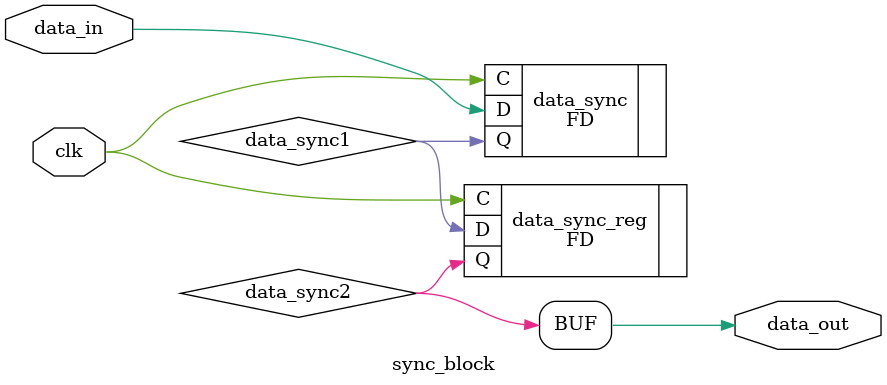
<source format=v>
`timescale 1ps / 1ps

module sync_block #(
  parameter INITIALISE = 2'b00
)
(
  input        clk,              // clock to be sync'ed to
  input        data_in,          // Data to be 'synced'
  output       data_out          // synced data
);

  // Internal Signals
  wire data_sync1;
  wire data_sync2;


  (* ASYNC_REG = "TRUE", RLOC = "X0Y0" *)
  FD #(
    .INIT (INITIALISE[0])
  ) data_sync (
    .C  (clk),
    .D  (data_in),
    .Q  (data_sync1)
  );


  (* RLOC = "X0Y0" *)
  FD #(
   .INIT (INITIALISE[1])
  ) data_sync_reg (
  .C  (clk),
  .D  (data_sync1),
  .Q  (data_sync2)
  );


  assign data_out = data_sync2;


endmodule



</source>
